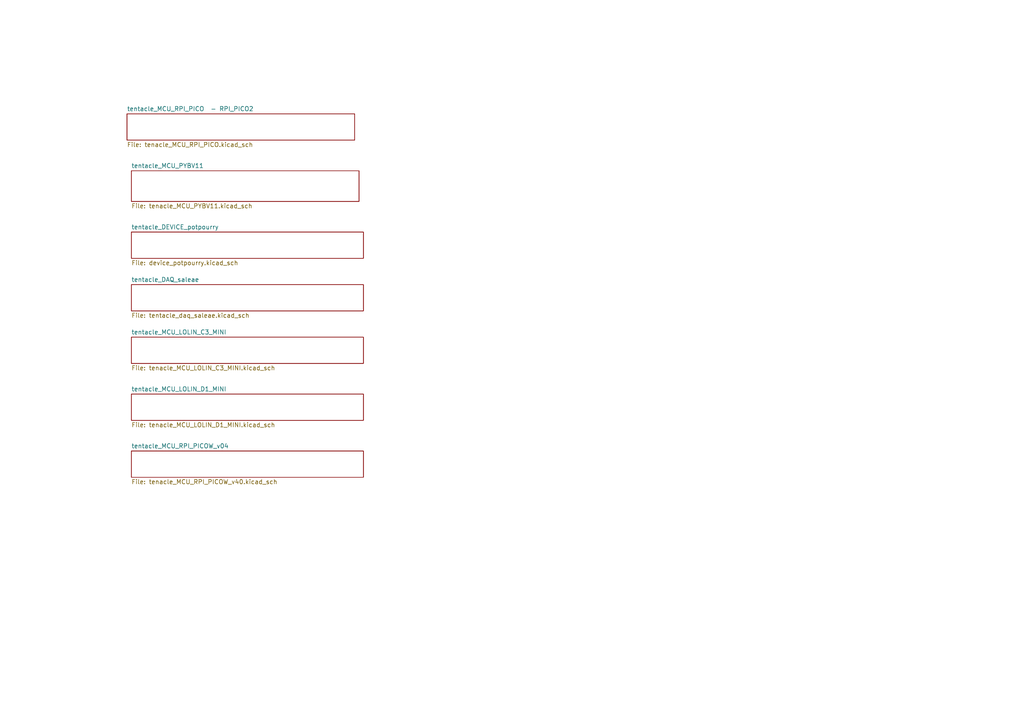
<source format=kicad_sch>
(kicad_sch
	(version 20231120)
	(generator "eeschema")
	(generator_version "8.0")
	(uuid "188054c4-74b7-429a-b3f5-c6f3151e27de")
	(paper "A4")
	(title_block
		(title "Octoprobe: Testbed Tutorial")
		(date "2024-07-16")
		(company "Hans Märki, Märki Informatik")
		(comment 1 "The MIT License (MIT)")
	)
	(lib_symbols)
	(sheet
		(at 38.1 82.55)
		(size 67.31 7.62)
		(fields_autoplaced yes)
		(stroke
			(width 0.1524)
			(type solid)
		)
		(fill
			(color 0 0 0 0.0000)
		)
		(uuid "2c4ba952-55c5-4e16-806b-8dc205881760")
		(property "Sheetname" "tentacle_DAQ_saleae"
			(at 38.1 81.8384 0)
			(effects
				(font
					(size 1.27 1.27)
				)
				(justify left bottom)
			)
		)
		(property "Sheetfile" "tentacle_daq_saleae.kicad_sch"
			(at 38.1 90.7546 0)
			(effects
				(font
					(size 1.27 1.27)
				)
				(justify left top)
			)
		)
		(instances
			(project "testbed"
				(path "/188054c4-74b7-429a-b3f5-c6f3151e27de"
					(page "5")
				)
			)
		)
	)
	(sheet
		(at 38.1 130.81)
		(size 67.31 7.62)
		(fields_autoplaced yes)
		(stroke
			(width 0.1524)
			(type solid)
		)
		(fill
			(color 0 0 0 0.0000)
		)
		(uuid "4a6bdfff-7e53-47df-8633-7ba3bc2f33a9")
		(property "Sheetname" "tentacle_MCU_RPI_PICOW_v04"
			(at 38.1 130.0984 0)
			(effects
				(font
					(size 1.27 1.27)
				)
				(justify left bottom)
			)
		)
		(property "Sheetfile" "tenacle_MCU_RPI_PICOW_v40.kicad_sch"
			(at 38.1 139.0146 0)
			(effects
				(font
					(size 1.27 1.27)
				)
				(justify left top)
			)
		)
		(instances
			(project "testbed"
				(path "/188054c4-74b7-429a-b3f5-c6f3151e27de"
					(page "17")
				)
			)
		)
	)
	(sheet
		(at 36.83 33.02)
		(size 66.04 7.62)
		(fields_autoplaced yes)
		(stroke
			(width 0.1524)
			(type solid)
		)
		(fill
			(color 0 0 0 0.0000)
		)
		(uuid "8349ec44-9db3-4e5f-885e-2d604c3fdea6")
		(property "Sheetname" "tentacle_MCU_RPI_PICO  - RPI_PICO2"
			(at 36.83 32.3084 0)
			(effects
				(font
					(size 1.27 1.27)
				)
				(justify left bottom)
			)
		)
		(property "Sheetfile" "tenacle_MCU_RPI_PICO.kicad_sch"
			(at 36.83 41.2246 0)
			(effects
				(font
					(size 1.27 1.27)
				)
				(justify left top)
			)
		)
		(instances
			(project "testbed"
				(path "/188054c4-74b7-429a-b3f5-c6f3151e27de"
					(page "2")
				)
			)
		)
	)
	(sheet
		(at 38.1 49.53)
		(size 66.04 8.89)
		(fields_autoplaced yes)
		(stroke
			(width 0.1524)
			(type solid)
		)
		(fill
			(color 0 0 0 0.0000)
		)
		(uuid "a196d1ad-2a7e-47a3-8a53-65ea8ad08c90")
		(property "Sheetname" "tentacle_MCU_PYBV11"
			(at 38.1 48.8184 0)
			(effects
				(font
					(size 1.27 1.27)
				)
				(justify left bottom)
			)
		)
		(property "Sheetfile" "tenacle_MCU_PYBV11.kicad_sch"
			(at 38.1 59.0046 0)
			(effects
				(font
					(size 1.27 1.27)
				)
				(justify left top)
			)
		)
		(instances
			(project "testbed"
				(path "/188054c4-74b7-429a-b3f5-c6f3151e27de"
					(page "3")
				)
			)
		)
	)
	(sheet
		(at 38.1 114.3)
		(size 67.31 7.62)
		(fields_autoplaced yes)
		(stroke
			(width 0.1524)
			(type solid)
		)
		(fill
			(color 0 0 0 0.0000)
		)
		(uuid "b34c041d-52f1-4fd0-ba12-b4a7db9d208c")
		(property "Sheetname" "tentacle_MCU_LOLIN_D1_MINI"
			(at 38.1 113.5884 0)
			(effects
				(font
					(size 1.27 1.27)
				)
				(justify left bottom)
			)
		)
		(property "Sheetfile" "tenacle_MCU_LOLIN_D1_MINI.kicad_sch"
			(at 38.1 122.5046 0)
			(effects
				(font
					(size 1.27 1.27)
				)
				(justify left top)
			)
		)
		(instances
			(project "testbed"
				(path "/188054c4-74b7-429a-b3f5-c6f3151e27de"
					(page "15")
				)
			)
		)
	)
	(sheet
		(at 38.1 67.31)
		(size 67.31 7.62)
		(fields_autoplaced yes)
		(stroke
			(width 0.1524)
			(type solid)
		)
		(fill
			(color 0 0 0 0.0000)
		)
		(uuid "b7d8ead7-fd61-4ff1-b415-403502d5b75c")
		(property "Sheetname" "tentacle_DEVICE_potpourry"
			(at 38.1 66.5984 0)
			(effects
				(font
					(size 1.27 1.27)
				)
				(justify left bottom)
			)
		)
		(property "Sheetfile" "device_potpourry.kicad_sch"
			(at 38.1 75.5146 0)
			(effects
				(font
					(size 1.27 1.27)
				)
				(justify left top)
			)
		)
		(instances
			(project "testbed"
				(path "/188054c4-74b7-429a-b3f5-c6f3151e27de"
					(page "4")
				)
			)
		)
	)
	(sheet
		(at 38.1 97.79)
		(size 67.31 7.62)
		(fields_autoplaced yes)
		(stroke
			(width 0.1524)
			(type solid)
		)
		(fill
			(color 0 0 0 0.0000)
		)
		(uuid "f8b01abc-94f6-4bb9-a276-aefe3964698f")
		(property "Sheetname" "tentacle_MCU_LOLIN_C3_MINI"
			(at 38.1 97.0784 0)
			(effects
				(font
					(size 1.27 1.27)
				)
				(justify left bottom)
			)
		)
		(property "Sheetfile" "tenacle_MCU_LOLIN_C3_MINI.kicad_sch"
			(at 38.1 105.9946 0)
			(effects
				(font
					(size 1.27 1.27)
				)
				(justify left top)
			)
		)
		(instances
			(project "testbed"
				(path "/188054c4-74b7-429a-b3f5-c6f3151e27de"
					(page "14")
				)
			)
		)
	)
	(sheet_instances
		(path "/"
			(page "1")
		)
	)
)

</source>
